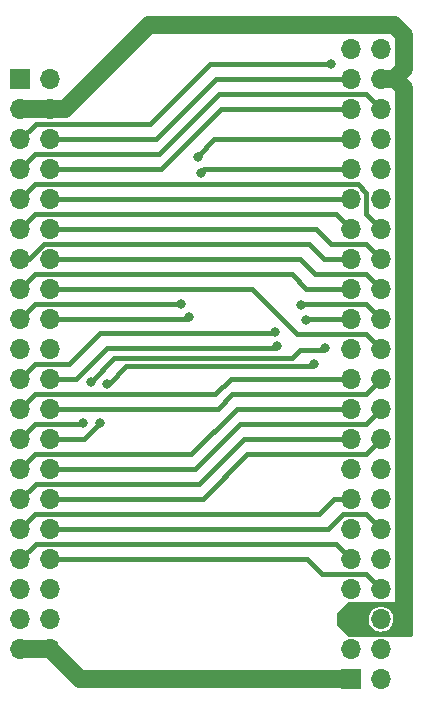
<source format=gtl>
%TF.GenerationSoftware,KiCad,Pcbnew,(6.0.5)*%
%TF.CreationDate,2025-08-25T10:47:48+02:00*%
%TF.ProjectId,Alchemy_to_Landungsbruecke,416c6368-656d-4795-9f74-6f5f4c616e64,rev?*%
%TF.SameCoordinates,Original*%
%TF.FileFunction,Copper,L1,Top*%
%TF.FilePolarity,Positive*%
%FSLAX46Y46*%
G04 Gerber Fmt 4.6, Leading zero omitted, Abs format (unit mm)*
G04 Created by KiCad (PCBNEW (6.0.5)) date 2025-08-25 10:47:48*
%MOMM*%
%LPD*%
G01*
G04 APERTURE LIST*
%TA.AperFunction,ComponentPad*%
%ADD10R,1.700000X1.700000*%
%TD*%
%TA.AperFunction,ComponentPad*%
%ADD11O,1.700000X1.700000*%
%TD*%
%TA.AperFunction,ViaPad*%
%ADD12C,0.800000*%
%TD*%
%TA.AperFunction,Conductor*%
%ADD13C,0.400000*%
%TD*%
%TA.AperFunction,Conductor*%
%ADD14C,1.500000*%
%TD*%
G04 APERTURE END LIST*
D10*
%TO.P,J2,1,Pin_1*%
%TO.N,/VM*%
X163725000Y-126175000D03*
D11*
%TO.P,J2,2,Pin_2*%
%TO.N,GND*%
X166265000Y-126175000D03*
%TO.P,J2,3,Pin_3*%
X163725000Y-123635000D03*
%TO.P,J2,4,Pin_4*%
%TO.N,unconnected-(J2-Pad4)*%
X166265000Y-123635000D03*
%TO.P,J2,5,Pin_5*%
%TO.N,+5V*%
X163725000Y-121095000D03*
%TO.P,J2,6,Pin_6*%
%TO.N,unconnected-(J2-Pad6)*%
X166265000Y-121095000D03*
%TO.P,J2,7,Pin_7*%
%TO.N,unconnected-(J2-Pad7)*%
X163725000Y-118555000D03*
%TO.P,J2,8,Pin_8*%
%TO.N,/GPIO3*%
X166265000Y-118555000D03*
%TO.P,J2,9,Pin_9*%
%TO.N,/GPIO2*%
X163725000Y-116015000D03*
%TO.P,J2,10,Pin_10*%
%TO.N,unconnected-(J2-Pad10)*%
X166265000Y-116015000D03*
%TO.P,J2,11,Pin_11*%
%TO.N,unconnected-(J2-Pad11)*%
X163725000Y-113475000D03*
%TO.P,J2,12,Pin_12*%
%TO.N,/GPIO1*%
X166265000Y-113475000D03*
%TO.P,J2,13,Pin_13*%
%TO.N,/GPIO0*%
X163725000Y-110935000D03*
%TO.P,J2,14,Pin_14*%
%TO.N,unconnected-(J2-Pad14)*%
X166265000Y-110935000D03*
%TO.P,J2,15,Pin_15*%
%TO.N,unconnected-(J2-Pad15)*%
X163725000Y-108395000D03*
%TO.P,J2,16,Pin_16*%
%TO.N,unconnected-(J2-Pad16)*%
X166265000Y-108395000D03*
%TO.P,J2,17,Pin_17*%
%TO.N,/ADC8*%
X163725000Y-105855000D03*
%TO.P,J2,18,Pin_18*%
%TO.N,/ADC9*%
X166265000Y-105855000D03*
%TO.P,J2,19,Pin_19*%
%TO.N,/ADC6*%
X163725000Y-103315000D03*
%TO.P,J2,20,Pin_20*%
%TO.N,/ADC7*%
X166265000Y-103315000D03*
%TO.P,J2,21,Pin_21*%
%TO.N,/ADC2*%
X163725000Y-100775000D03*
%TO.P,J2,22,Pin_22*%
%TO.N,/ADC3*%
X166265000Y-100775000D03*
%TO.P,J2,23,Pin_23*%
%TO.N,unconnected-(J2-Pad23)*%
X163725000Y-98235000D03*
%TO.P,J2,24,Pin_24*%
%TO.N,/SPI2_NCS*%
X166265000Y-98235000D03*
%TO.P,J2,25,Pin_25*%
%TO.N,/ADC1*%
X163725000Y-95695000D03*
%TO.P,J2,26,Pin_26*%
%TO.N,/ADC0*%
X166265000Y-95695000D03*
%TO.P,J2,27,Pin_27*%
%TO.N,/SPI2_SCK*%
X163725000Y-93155000D03*
%TO.P,J2,28,Pin_28*%
%TO.N,/SPI2_MISO*%
X166265000Y-93155000D03*
%TO.P,J2,29,Pin_29*%
%TO.N,/SPI2_MOSI*%
X163725000Y-90615000D03*
%TO.P,J2,30,Pin_30*%
%TO.N,/SPI1_NCS*%
X166265000Y-90615000D03*
%TO.P,J2,31,Pin_31*%
%TO.N,/SPI1_SCK*%
X163725000Y-88075000D03*
%TO.P,J2,32,Pin_32*%
%TO.N,/SPI1_MOSI*%
X166265000Y-88075000D03*
%TO.P,J2,33,Pin_33*%
%TO.N,/SPI1_MISO*%
X163725000Y-85535000D03*
%TO.P,J2,34,Pin_34*%
%TO.N,/ADC4*%
X166265000Y-85535000D03*
%TO.P,J2,35,Pin_35*%
%TO.N,/I2C2_SCL*%
X163725000Y-82995000D03*
%TO.P,J2,36,Pin_36*%
%TO.N,/ADC5*%
X166265000Y-82995000D03*
%TO.P,J2,37,Pin_37*%
%TO.N,/I2C2_SDA*%
X163725000Y-80455000D03*
%TO.P,J2,38,Pin_38*%
%TO.N,/I2C1_SDA*%
X166265000Y-80455000D03*
%TO.P,J2,39,Pin_39*%
%TO.N,/UART1_TX*%
X163725000Y-77915000D03*
%TO.P,J2,40,Pin_40*%
%TO.N,/UART1_RX*%
X166265000Y-77915000D03*
%TO.P,J2,41,Pin_41*%
%TO.N,/I2C1_SCL*%
X163725000Y-75375000D03*
%TO.P,J2,42,Pin_42*%
%TO.N,+5V*%
X166265000Y-75375000D03*
%TO.P,J2,43,Pin_43*%
%TO.N,GND*%
X163725000Y-72835000D03*
%TO.P,J2,44,Pin_44*%
X166265000Y-72835000D03*
%TD*%
D10*
%TO.P,J1,1,Pin_1*%
%TO.N,GND*%
X135730000Y-75370000D03*
D11*
%TO.P,J1,2,Pin_2*%
X138270000Y-75370000D03*
%TO.P,J1,3,Pin_3*%
%TO.N,+5V*%
X135730000Y-77910000D03*
%TO.P,J1,4,Pin_4*%
X138270000Y-77910000D03*
%TO.P,J1,5,Pin_5*%
%TO.N,/I2C1_SDA*%
X135730000Y-80450000D03*
%TO.P,J1,6,Pin_6*%
%TO.N,/I2C1_SCL*%
X138270000Y-80450000D03*
%TO.P,J1,7,Pin_7*%
%TO.N,/UART1_RX*%
X135730000Y-82990000D03*
%TO.P,J1,8,Pin_8*%
%TO.N,/UART1_TX*%
X138270000Y-82990000D03*
%TO.P,J1,9,Pin_9*%
%TO.N,/SPI1_MOSI*%
X135730000Y-85530000D03*
%TO.P,J1,10,Pin_10*%
%TO.N,/SPI1_MISO*%
X138270000Y-85530000D03*
%TO.P,J1,11,Pin_11*%
%TO.N,/SPI1_SCK*%
X135730000Y-88070000D03*
%TO.P,J1,12,Pin_12*%
%TO.N,/SPI1_NCS*%
X138270000Y-88070000D03*
%TO.P,J1,13,Pin_13*%
%TO.N,/SPI2_MOSI*%
X135730000Y-90610000D03*
%TO.P,J1,14,Pin_14*%
%TO.N,/SPI2_MISO*%
X138270000Y-90610000D03*
%TO.P,J1,15,Pin_15*%
%TO.N,/SPI2_SCK*%
X135730000Y-93150000D03*
%TO.P,J1,16,Pin_16*%
%TO.N,/SPI2_NCS*%
X138270000Y-93150000D03*
%TO.P,J1,17,Pin_17*%
%TO.N,/I2C2_SDA*%
X135730000Y-95690000D03*
%TO.P,J1,18,Pin_18*%
%TO.N,/I2C2_SCL*%
X138270000Y-95690000D03*
%TO.P,J1,19,Pin_19*%
%TO.N,GND*%
X135730000Y-98230000D03*
%TO.P,J1,20,Pin_20*%
X138270000Y-98230000D03*
%TO.P,J1,21,Pin_21*%
%TO.N,/ADC0*%
X135730000Y-100770000D03*
%TO.P,J1,22,Pin_22*%
%TO.N,/ADC1*%
X138270000Y-100770000D03*
%TO.P,J1,23,Pin_23*%
%TO.N,/ADC2*%
X135730000Y-103310000D03*
%TO.P,J1,24,Pin_24*%
%TO.N,/ADC3*%
X138270000Y-103310000D03*
%TO.P,J1,25,Pin_25*%
%TO.N,/ADC4*%
X135730000Y-105850000D03*
%TO.P,J1,26,Pin_26*%
%TO.N,/ADC5*%
X138270000Y-105850000D03*
%TO.P,J1,27,Pin_27*%
%TO.N,/ADC6*%
X135730000Y-108390000D03*
%TO.P,J1,28,Pin_28*%
%TO.N,/ADC7*%
X138270000Y-108390000D03*
%TO.P,J1,29,Pin_29*%
%TO.N,/ADC8*%
X135730000Y-110930000D03*
%TO.P,J1,30,Pin_30*%
%TO.N,/ADC9*%
X138270000Y-110930000D03*
%TO.P,J1,31,Pin_31*%
%TO.N,/GPIO0*%
X135730000Y-113470000D03*
%TO.P,J1,32,Pin_32*%
%TO.N,/GPIO1*%
X138270000Y-113470000D03*
%TO.P,J1,33,Pin_33*%
%TO.N,/GPIO2*%
X135730000Y-116010000D03*
%TO.P,J1,34,Pin_34*%
%TO.N,/GPIO3*%
X138270000Y-116010000D03*
%TO.P,J1,35,Pin_35*%
%TO.N,unconnected-(J1-Pad35)*%
X135730000Y-118550000D03*
%TO.P,J1,36,Pin_36*%
%TO.N,unconnected-(J1-Pad36)*%
X138270000Y-118550000D03*
%TO.P,J1,37,Pin_37*%
%TO.N,GND*%
X135730000Y-121090000D03*
%TO.P,J1,38,Pin_38*%
X138270000Y-121090000D03*
%TO.P,J1,39,Pin_39*%
%TO.N,/VM*%
X135730000Y-123630000D03*
%TO.P,J1,40,Pin_40*%
X138270000Y-123630000D03*
%TD*%
D12*
%TO.N,/I2C1_SDA*%
X162000000Y-74100000D03*
%TO.N,/I2C2_SDA*%
X150750000Y-82000000D03*
X149300000Y-94400000D03*
%TO.N,/I2C2_SCL*%
X150000000Y-95500000D03*
X151000000Y-83300000D03*
%TO.N,/ADC0*%
X157250000Y-96750000D03*
X159500000Y-94500000D03*
%TO.N,/ADC1*%
X157500000Y-98000000D03*
X159900000Y-95800000D03*
%TO.N,/ADC4*%
X161500000Y-98100000D03*
X141700000Y-101000000D03*
X141000000Y-104500000D03*
%TO.N,/ADC5*%
X142500000Y-104500000D03*
X160600000Y-99500000D03*
X143100000Y-101200000D03*
%TD*%
D13*
%TO.N,/ADC9*%
X164974511Y-107145489D02*
X166265000Y-105855000D01*
X154954511Y-107145489D02*
X164974511Y-107145489D01*
X151170000Y-110930000D02*
X154954511Y-107145489D01*
X138270000Y-110930000D02*
X151170000Y-110930000D01*
%TO.N,/ADC8*%
X150860489Y-109639511D02*
X154645000Y-105855000D01*
X137020489Y-109639511D02*
X150860489Y-109639511D01*
X154645000Y-105855000D02*
X163725000Y-105855000D01*
X135730000Y-110930000D02*
X137020489Y-109639511D01*
%TO.N,/ADC7*%
X164974511Y-104605489D02*
X166265000Y-103315000D01*
X154294511Y-104605489D02*
X164974511Y-104605489D01*
X150510000Y-108390000D02*
X154294511Y-104605489D01*
X138270000Y-108390000D02*
X150510000Y-108390000D01*
%TO.N,/ADC6*%
X154035000Y-103315000D02*
X163725000Y-103315000D01*
X150209511Y-107140489D02*
X154035000Y-103315000D01*
X135730000Y-108390000D02*
X136979511Y-107140489D01*
X136979511Y-107140489D02*
X150209511Y-107140489D01*
%TO.N,/ADC2*%
X153525000Y-100775000D02*
X163725000Y-100775000D01*
X152239511Y-102060489D02*
X153525000Y-100775000D01*
X136979511Y-102060489D02*
X152239511Y-102060489D01*
X135730000Y-103310000D02*
X136979511Y-102060489D01*
%TO.N,/ADC3*%
X164974511Y-102065489D02*
X166265000Y-100775000D01*
X153684511Y-102065489D02*
X164974511Y-102065489D01*
X152440000Y-103310000D02*
X153684511Y-102065489D01*
%TO.N,/I2C1_SDA*%
X146740489Y-79159511D02*
X151800000Y-74100000D01*
X162000000Y-74100000D02*
X151800000Y-74100000D01*
X135730000Y-80450000D02*
X137020489Y-79159511D01*
X137020489Y-79159511D02*
X146740489Y-79159511D01*
%TO.N,/I2C1_SCL*%
X152325000Y-75375000D02*
X163725000Y-75375000D01*
X147250000Y-80450000D02*
X152325000Y-75375000D01*
X138270000Y-80450000D02*
X147250000Y-80450000D01*
%TO.N,/I2C2_SDA*%
X152145000Y-80455000D02*
X163725000Y-80455000D01*
X150750000Y-82000000D02*
X150750000Y-81850000D01*
X150750000Y-81850000D02*
X152145000Y-80455000D01*
X136979511Y-94440489D02*
X149259511Y-94440489D01*
X149259511Y-94440489D02*
X149300000Y-94400000D01*
X135730000Y-95690000D02*
X136979511Y-94440489D01*
%TO.N,/I2C2_SCL*%
X151000000Y-83300000D02*
X151305000Y-82995000D01*
X150000000Y-95500000D02*
X149810000Y-95690000D01*
X149810000Y-95690000D02*
X138270000Y-95690000D01*
X151305000Y-82995000D02*
X163725000Y-82995000D01*
%TO.N,/ADC0*%
X136979511Y-99520489D02*
X135730000Y-100770000D01*
X159500000Y-94500000D02*
X159554511Y-94445489D01*
X142500000Y-96900000D02*
X139879511Y-99520489D01*
X165015489Y-94445489D02*
X166265000Y-95695000D01*
X159554511Y-94445489D02*
X165015489Y-94445489D01*
X157250000Y-96750000D02*
X157100000Y-96900000D01*
X139879511Y-99520489D02*
X136979511Y-99520489D01*
X157100000Y-96900000D02*
X142500000Y-96900000D01*
%TO.N,/ADC1*%
X160005000Y-95695000D02*
X163725000Y-95695000D01*
X157400000Y-98100000D02*
X143100000Y-98100000D01*
X143100000Y-98100000D02*
X140430000Y-100770000D01*
X140430000Y-100770000D02*
X138270000Y-100770000D01*
X159900000Y-95800000D02*
X160005000Y-95695000D01*
X157500000Y-98000000D02*
X157400000Y-98100000D01*
%TO.N,/ADC4*%
X136979511Y-104600489D02*
X135730000Y-105850000D01*
X159400489Y-98299511D02*
X158700000Y-99000000D01*
X141000000Y-104500000D02*
X140899511Y-104600489D01*
X140899511Y-104600489D02*
X136979511Y-104600489D01*
X143700000Y-99000000D02*
X141700000Y-101000000D01*
X158700000Y-99000000D02*
X143700000Y-99000000D01*
X161300489Y-98299511D02*
X159400489Y-98299511D01*
X161500000Y-98100000D02*
X161300489Y-98299511D01*
%TO.N,/ADC5*%
X144700000Y-99700000D02*
X143200000Y-101200000D01*
X160600000Y-99500000D02*
X160400000Y-99700000D01*
X143200000Y-101200000D02*
X143100000Y-101200000D01*
X160400000Y-99700000D02*
X144700000Y-99700000D01*
X142500000Y-104500000D02*
X141150000Y-105850000D01*
X141150000Y-105850000D02*
X138270000Y-105850000D01*
%TO.N,/GPIO0*%
X136979511Y-112220489D02*
X161029511Y-112220489D01*
X135730000Y-113470000D02*
X136979511Y-112220489D01*
X162315000Y-110935000D02*
X163725000Y-110935000D01*
X161029511Y-112220489D02*
X162315000Y-110935000D01*
%TO.N,/GPIO1*%
X165015489Y-112225489D02*
X166265000Y-113475000D01*
X161780000Y-113470000D02*
X163024511Y-112225489D01*
X163024511Y-112225489D02*
X165015489Y-112225489D01*
X138270000Y-113470000D02*
X161780000Y-113470000D01*
%TO.N,/GPIO2*%
X137015489Y-114724511D02*
X135730000Y-116010000D01*
X137015489Y-114724511D02*
X162434511Y-114724511D01*
X162434511Y-114724511D02*
X163725000Y-116015000D01*
%TO.N,/GPIO3*%
X160010000Y-116010000D02*
X138270000Y-116010000D01*
X166265000Y-118555000D02*
X165015489Y-117305489D01*
X165015489Y-117305489D02*
X161305489Y-117305489D01*
X161305489Y-117305489D02*
X160010000Y-116010000D01*
%TO.N,+5V*%
X168052076Y-121075000D02*
X166741587Y-122385489D01*
D14*
X168250000Y-74500000D02*
X168250000Y-71650000D01*
X168250000Y-121075000D02*
X168250000Y-76157919D01*
D13*
X167020489Y-119845489D02*
X164974511Y-119845489D01*
D14*
X139472081Y-77910000D02*
X138270000Y-77910000D01*
X167467081Y-75375000D02*
X166265000Y-75375000D01*
X168250000Y-76157919D02*
X167467081Y-75375000D01*
X166265000Y-75375000D02*
X167375000Y-75375000D01*
D13*
X165015489Y-122385489D02*
X163725000Y-121095000D01*
X166741587Y-122385489D02*
X165015489Y-122385489D01*
X164974511Y-119845489D02*
X163725000Y-121095000D01*
D14*
X167400000Y-70800000D02*
X146582081Y-70800000D01*
X168250000Y-71650000D02*
X167400000Y-70800000D01*
D13*
X168250000Y-121075000D02*
X168052076Y-121075000D01*
X168250000Y-121075000D02*
X167020489Y-119845489D01*
D14*
X146582081Y-70800000D02*
X139472081Y-77910000D01*
X167375000Y-75375000D02*
X168250000Y-74500000D01*
X138270000Y-77910000D02*
X135730000Y-77910000D01*
D13*
%TO.N,/UART1_RX*%
X165015489Y-76665489D02*
X166265000Y-77915000D01*
X152534511Y-76665489D02*
X165015489Y-76665489D01*
X136979511Y-81740489D02*
X147459511Y-81740489D01*
X135730000Y-82990000D02*
X136979511Y-81740489D01*
X147459511Y-81740489D02*
X152534511Y-76665489D01*
%TO.N,/UART1_TX*%
X147590000Y-82990000D02*
X138270000Y-82990000D01*
X147600000Y-83000000D02*
X147590000Y-82990000D01*
X152685000Y-77915000D02*
X147600000Y-83000000D01*
X163725000Y-77915000D02*
X152685000Y-77915000D01*
%TO.N,/SPI1_MOSI*%
X165015489Y-86825489D02*
X166265000Y-88075000D01*
X136979511Y-84280489D02*
X164278543Y-84280489D01*
X164278543Y-84280489D02*
X165015489Y-85017435D01*
X165015489Y-85017435D02*
X165015489Y-86825489D01*
X135730000Y-85530000D02*
X136979511Y-84280489D01*
%TO.N,/SPI1_MISO*%
X138275000Y-85535000D02*
X138270000Y-85530000D01*
X163725000Y-85535000D02*
X138275000Y-85535000D01*
%TO.N,/SPI1_SCK*%
X136979511Y-86820489D02*
X162470489Y-86820489D01*
X162470489Y-86820489D02*
X163725000Y-88075000D01*
X135730000Y-88070000D02*
X136979511Y-86820489D01*
%TO.N,/SPI1_NCS*%
X165015489Y-89365489D02*
X162065489Y-89365489D01*
X166265000Y-90615000D02*
X165015489Y-89365489D01*
X160770000Y-88070000D02*
X138270000Y-88070000D01*
X162065489Y-89365489D02*
X160770000Y-88070000D01*
%TO.N,/SPI2_MOSI*%
X136502924Y-90610000D02*
X137752435Y-89360489D01*
X160160489Y-89360489D02*
X161415000Y-90615000D01*
X161415000Y-90615000D02*
X163725000Y-90615000D01*
X137752435Y-89360489D02*
X160160489Y-89360489D01*
X135730000Y-90610000D02*
X136502924Y-90610000D01*
%TO.N,/SPI2_MISO*%
X160705489Y-91905489D02*
X159410000Y-90610000D01*
X159410000Y-90610000D02*
X138270000Y-90610000D01*
X166265000Y-93155000D02*
X165015489Y-91905489D01*
X165015489Y-91905489D02*
X160705489Y-91905489D01*
%TO.N,/SPI2_SCK*%
X136979511Y-91900489D02*
X135730000Y-93150000D01*
X158700489Y-91900489D02*
X136979511Y-91900489D01*
X159955000Y-93155000D02*
X158700489Y-91900489D01*
X163725000Y-93155000D02*
X159955000Y-93155000D01*
%TO.N,/SPI2_NCS*%
X159144511Y-96944511D02*
X164974511Y-96944511D01*
X164974511Y-96944511D02*
X166265000Y-98235000D01*
X138270000Y-93150000D02*
X155350000Y-93150000D01*
X155350000Y-93150000D02*
X159144511Y-96944511D01*
%TO.N,/ADC3*%
X138270000Y-103310000D02*
X152440000Y-103310000D01*
D14*
%TO.N,/VM*%
X163725000Y-126175000D02*
X140815000Y-126175000D01*
X140815000Y-126175000D02*
X138270000Y-123630000D01*
X135730000Y-123630000D02*
X138270000Y-123630000D01*
%TD*%
%TA.AperFunction,Conductor*%
%TO.N,+5V*%
G36*
X168942121Y-119645002D02*
G01*
X168988614Y-119698658D01*
X169000000Y-119751000D01*
X169000000Y-122449000D01*
X168979998Y-122517121D01*
X168926342Y-122563614D01*
X168874000Y-122575000D01*
X163552190Y-122575000D01*
X163484069Y-122554998D01*
X163463095Y-122538095D01*
X162536905Y-121611905D01*
X162502879Y-121549593D01*
X162500000Y-121522810D01*
X162500000Y-121080262D01*
X165209520Y-121080262D01*
X165226759Y-121285553D01*
X165283544Y-121483586D01*
X165286359Y-121489063D01*
X165286360Y-121489066D01*
X165374897Y-121661341D01*
X165377712Y-121666818D01*
X165505677Y-121828270D01*
X165662564Y-121961791D01*
X165842398Y-122062297D01*
X165937238Y-122093113D01*
X166032471Y-122124056D01*
X166032475Y-122124057D01*
X166038329Y-122125959D01*
X166242894Y-122150351D01*
X166249029Y-122149879D01*
X166249031Y-122149879D01*
X166305039Y-122145569D01*
X166448300Y-122134546D01*
X166454230Y-122132890D01*
X166454232Y-122132890D01*
X166640797Y-122080800D01*
X166640796Y-122080800D01*
X166646725Y-122079145D01*
X166652214Y-122076372D01*
X166652220Y-122076370D01*
X166825116Y-121989033D01*
X166830610Y-121986258D01*
X166992951Y-121859424D01*
X167127564Y-121703472D01*
X167148387Y-121666818D01*
X167179581Y-121611905D01*
X167229323Y-121524344D01*
X167294351Y-121328863D01*
X167320171Y-121124474D01*
X167320583Y-121095000D01*
X167300480Y-120889970D01*
X167240935Y-120692749D01*
X167144218Y-120510849D01*
X167070859Y-120420902D01*
X167017906Y-120355975D01*
X167017903Y-120355972D01*
X167014011Y-120351200D01*
X166996786Y-120336950D01*
X166860025Y-120223811D01*
X166860021Y-120223809D01*
X166855275Y-120219882D01*
X166674055Y-120121897D01*
X166477254Y-120060977D01*
X166471129Y-120060333D01*
X166471128Y-120060333D01*
X166278498Y-120040087D01*
X166278496Y-120040087D01*
X166272369Y-120039443D01*
X166185529Y-120047346D01*
X166073342Y-120057555D01*
X166073339Y-120057556D01*
X166067203Y-120058114D01*
X165869572Y-120116280D01*
X165687002Y-120211726D01*
X165682201Y-120215586D01*
X165682198Y-120215588D01*
X165671971Y-120223811D01*
X165526447Y-120340815D01*
X165394024Y-120498630D01*
X165391056Y-120504028D01*
X165391053Y-120504033D01*
X165384315Y-120516290D01*
X165294776Y-120679162D01*
X165232484Y-120875532D01*
X165231798Y-120881649D01*
X165231797Y-120881653D01*
X165210207Y-121074137D01*
X165209520Y-121080262D01*
X162500000Y-121080262D01*
X162500000Y-120677190D01*
X162520002Y-120609069D01*
X162536905Y-120588095D01*
X163463095Y-119661905D01*
X163525407Y-119627879D01*
X163552190Y-119625000D01*
X168874000Y-119625000D01*
X168942121Y-119645002D01*
G37*
%TD.AperFunction*%
%TD*%
M02*

</source>
